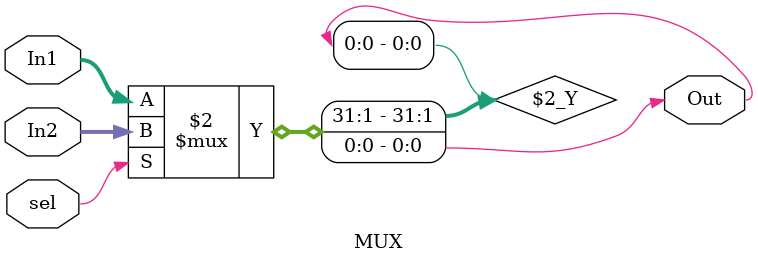
<source format=v>
module MUX #(
    parameter WIDTH = 32
) (
    input   wire [WIDTH - 1 : 0]  In1,
    input   wire [WIDTH - 1 : 0]  In2,
    input   wire                  sel,
    output  wire                  Out
);

assign Out = !sel ? In1 : In2;   //if sel = 0 out = in1, sel = 1 out = in2
    
endmodule
</source>
